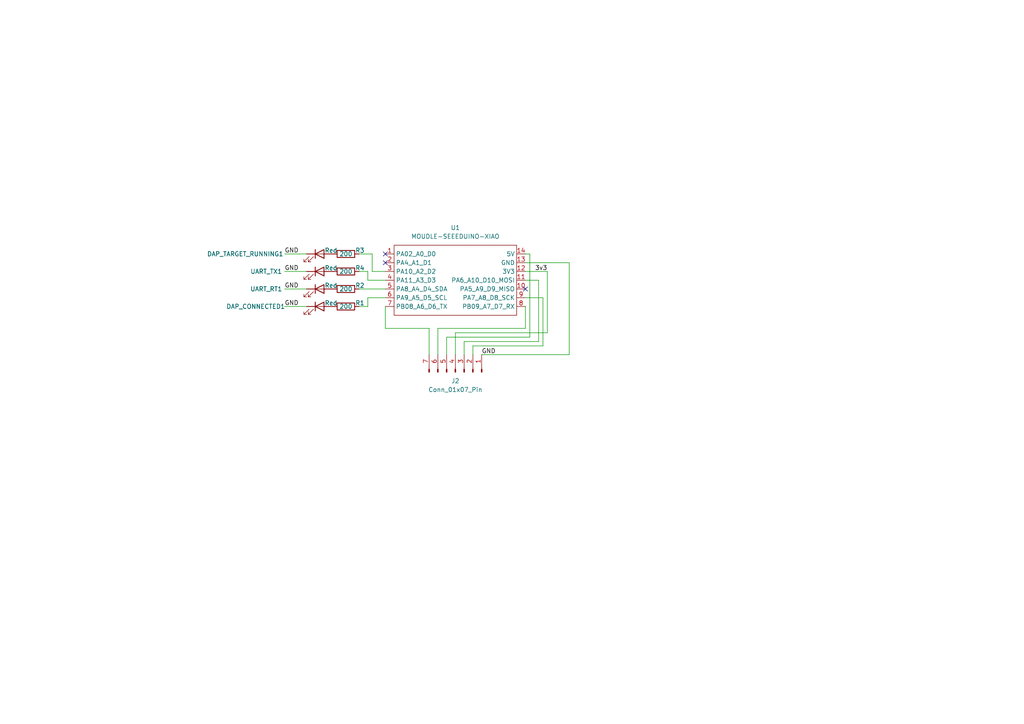
<source format=kicad_sch>
(kicad_sch (version 20231120) (generator "eeschema") (generator_version "8.0")
  (paper "A4")
  (lib_symbols
    (symbol "Connector:Conn_01x07_Pin" (pin_names (offset 1.016) hide)
      (property "Reference" "J" (at 0 10.16 0))
      (property "Value" "Conn_01x07_Pin" (at 0 -10.16 0))
      (symbol "Conn_01x07_Pin_1_1"
        (polyline (pts (xy 1.27 -7.62) (xy 0.8636 -7.62)) (stroke (width 0.1524)))
        (polyline (pts (xy 1.27 -5.08) (xy 0.8636 -5.08)) (stroke (width 0.1524)))
        (polyline (pts (xy 1.27 -2.54) (xy 0.8636 -2.54)) (stroke (width 0.1524)))
        (polyline (pts (xy 1.27 0) (xy 0.8636 0)) (stroke (width 0.1524)))
        (polyline (pts (xy 1.27 2.54) (xy 0.8636 2.54)) (stroke (width 0.1524)))
        (polyline (pts (xy 1.27 5.08) (xy 0.8636 5.08)) (stroke (width 0.1524)))
        (polyline (pts (xy 1.27 7.62) (xy 0.8636 7.62)) (stroke (width 0.1524)))
        (rectangle (start 0.8636 -7.493) (end 0 -7.747) (stroke (width 0.1524)) (fill (type outline)))
        (rectangle (start 0.8636 -4.953) (end 0 -5.207) (stroke (width 0.1524)) (fill (type outline)))
        (rectangle (start 0.8636 -2.413) (end 0 -2.667) (stroke (width 0.1524)) (fill (type outline)))
        (rectangle (start 0.8636 0.127) (end 0 -0.127) (stroke (width 0.1524)) (fill (type outline)))
        (rectangle (start 0.8636 2.667) (end 0 2.413) (stroke (width 0.1524)) (fill (type outline)))
        (rectangle (start 0.8636 5.207) (end 0 4.953) (stroke (width 0.1524)) (fill (type outline)))
        (rectangle (start 0.8636 7.747) (end 0 7.493) (stroke (width 0.1524)) (fill (type outline)))
        (pin passive line (at 5.08 7.62 180) (length 3.81) (name "Pin_1") (number "1"))
        (pin passive line (at 5.08 5.08 180) (length 3.81) (name "Pin_2") (number "2"))
        (pin passive line (at 5.08 2.54 180) (length 3.81) (name "Pin_3") (number "3"))
        (pin passive line (at 5.08 0 180) (length 3.81) (name "Pin_4") (number "4"))
        (pin passive line (at 5.08 -2.54 180) (length 3.81) (name "Pin_5") (number "5"))
        (pin passive line (at 5.08 -5.08 180) (length 3.81) (name "Pin_6") (number "6"))
        (pin passive line (at 5.08 -7.62 180) (length 3.81) (name "Pin_7") (number "7"))
      )
    )
    (symbol "Device:LED" (pin_numbers hide) (pin_names (offset 1.016) hide)
      (property "Reference" "D" (at 0 2.54 0))
      (property "Value" "LED" (at 0 -2.54 0))
      (symbol "LED_0_1"
        (polyline (pts (xy -1.27 -1.27) (xy -1.27 1.27)) (stroke (width 0.254)))
        (polyline (pts (xy -1.27 0) (xy 1.27 0)))
        (polyline (pts (xy 1.27 -1.27) (xy 1.27 1.27) (xy -1.27 0) (xy 1.27 -1.27)) (stroke (width 0.254)))
        (polyline (pts (xy -3.048 -0.762) (xy -4.572 -2.286) (xy -3.81 -2.286) (xy -4.572 -2.286) (xy -4.572 -1.524)))
        (polyline (pts (xy -1.778 -0.762) (xy -3.302 -2.286) (xy -2.54 -2.286) (xy -3.302 -2.286) (xy -3.302 -1.524)))
      )
      (symbol "LED_1_1"
        (pin passive line (at -3.81 0 0) (length 2.54) (name "K") (number "1"))
        (pin passive line (at 3.81 0 180) (length 2.54) (name "A") (number "2"))
      )
    )
    (symbol "Device:R" (pin_numbers hide) (pin_names (offset 0))
      (property "Reference" "R" (at 2.032 0 90))
      (property "Value" "R" (at 0 0 90))
      (symbol "R_0_1"
        (rectangle (start -1.016 -2.54) (end 1.016 2.54) (stroke (width 0.254)))
      )
      (symbol "R_1_1"
        (pin passive line (at 0 3.81 270) (length 1.27) (name "~") (number "1"))
        (pin passive line (at 0 -3.81 90) (length 1.27) (name "~") (number "2"))
      )
    )
    (symbol "XIAO-rp2040:MOUDLE-SEEEDUINO-XIAO"
      (property "Reference" "U" (at -16.51 11.43 0))
      (property "Value" "MOUDLE-SEEEDUINO-XIAO" (at -3.81 -11.43 0))
      (symbol "MOUDLE-SEEEDUINO-XIAO_0_1"
        (rectangle (start -16.51 10.16) (end 19.05 -10.16))
      )
      (symbol "MOUDLE-SEEEDUINO-XIAO_1_1"
        (pin passive line (at -19.05 7.62 0) (length 2.54) (name "PA02_A0_D0") (number "1"))
        (pin passive line (at 21.59 -2.54 180) (length 2.54) (name "PA5_A9_D9_MISO") (number "10"))
        (pin passive line (at 21.59 0 180) (length 2.54) (name "PA6_A10_D10_MOSI") (number "11"))
        (pin passive line (at 21.59 2.54 180) (length 2.54) (name "3V3") (number "12"))
        (pin passive line (at 21.59 5.08 180) (length 2.54) (name "GND") (number "13"))
        (pin passive line (at 21.59 7.62 180) (length 2.54) (name "5V") (number "14"))
        (pin passive line (at -19.05 5.08 0) (length 2.54) (name "PA4_A1_D1") (number "2"))
        (pin passive line (at -19.05 2.54 0) (length 2.54) (name "PA10_A2_D2") (number "3"))
        (pin passive line (at -19.05 0 0) (length 2.54) (name "PA11_A3_D3") (number "4"))
        (pin passive line (at -19.05 -2.54 0) (length 2.54) (name "PA8_A4_D4_SDA") (number "5"))
        (pin passive line (at -19.05 -5.08 0) (length 2.54) (name "PA9_A5_D5_SCL") (number "6"))
        (pin passive line (at -19.05 -7.62 0) (length 2.54) (name "PB08_A6_D6_TX") (number "7"))
        (pin passive line (at 21.59 -7.62 180) (length 2.54) (name "PB09_A7_D7_RX") (number "8"))
        (pin passive line (at 21.59 -5.08 180) (length 2.54) (name "PA7_A8_D8_SCK") (number "9"))
      )
    )
  )
  (no_connect (at 111.76 73.66))
  (no_connect (at 152.4 83.82))
  (no_connect (at 111.76 76.2))
  (wire (pts (xy 153.67 97.79) (xy 129.54 97.79)))
  (wire (pts (xy 134.62 99.06) (xy 134.62 102.87)))
  (wire (pts (xy 82.55 83.82) (xy 88.9 83.82)))
  (wire (pts (xy 82.55 88.9) (xy 88.9 88.9)))
  (wire (pts (xy 132.08 96.52) (xy 132.08 102.87)))
  (wire (pts (xy 104.14 88.9) (xy 106.68 88.9)))
  (wire (pts (xy 152.4 76.2) (xy 165.1 76.2)))
  (wire (pts (xy 152.4 88.9) (xy 152.4 95.25)))
  (wire (pts (xy 124.46 95.25) (xy 124.46 102.87)))
  (wire (pts (xy 139.7 102.87) (xy 165.1 102.87)))
  (wire (pts (xy 104.14 73.66) (xy 107.95 73.66)))
  (wire (pts (xy 106.68 86.36) (xy 111.76 86.36)))
  (wire (pts (xy 152.4 78.74) (xy 158.75 78.74)))
  (wire (pts (xy 158.75 78.74) (xy 158.75 96.52)))
  (wire (pts (xy 82.55 78.74) (xy 88.9 78.74)))
  (wire (pts (xy 111.76 95.25) (xy 124.46 95.25)))
  (wire (pts (xy 107.95 73.66) (xy 107.95 78.74)))
  (wire (pts (xy 158.75 96.52) (xy 132.08 96.52)))
  (wire (pts (xy 107.95 78.74) (xy 111.76 78.74)))
  (wire (pts (xy 137.16 100.33) (xy 137.16 102.87)))
  (wire (pts (xy 127 95.25) (xy 127 102.87)))
  (wire (pts (xy 156.21 99.06) (xy 134.62 99.06)))
  (wire (pts (xy 157.48 100.33) (xy 137.16 100.33)))
  (wire (pts (xy 106.68 88.9) (xy 106.68 86.36)))
  (wire (pts (xy 152.4 73.66) (xy 153.67 73.66)))
  (wire (pts (xy 104.14 78.74) (xy 106.68 78.74)))
  (wire (pts (xy 157.48 86.36) (xy 157.48 100.33)))
  (wire (pts (xy 106.68 78.74) (xy 106.68 81.28)))
  (wire (pts (xy 82.55 73.66) (xy 88.9 73.66)))
  (wire (pts (xy 152.4 86.36) (xy 157.48 86.36)))
  (wire (pts (xy 129.54 97.79) (xy 129.54 102.87)))
  (wire (pts (xy 152.4 95.25) (xy 127 95.25)))
  (wire (pts (xy 156.21 81.28) (xy 156.21 99.06)))
  (wire (pts (xy 106.68 81.28) (xy 111.76 81.28)))
  (wire (pts (xy 165.1 76.2) (xy 165.1 102.87)))
  (wire (pts (xy 153.67 73.66) (xy 153.67 97.79)))
  (wire (pts (xy 156.21 81.28) (xy 152.4 81.28)))
  (wire (pts (xy 111.76 88.9) (xy 111.76 95.25)))
  (wire (pts (xy 104.14 83.82) (xy 111.76 83.82)))
  (label "3v3" (at 158.75 78.74 180))
  (label "GND" (at 82.55 88.9 0))
  (label "GND" (at 82.55 73.66 0))
  (label "GND" (at 139.7 102.87 0))
  (label "GND" (at 82.55 83.82 0))
  (label "GND" (at 82.55 78.74 0))
  (symbol (lib_id "Device:LED") (at 92.71 78.74 0) (unit 1)
    (property "Reference" "UART_TX1" (at 77.216 78.74 0))
    (property "Value" "Red" (at 96.012 77.724 0))
    (property "Footprint" "LED_SMD:LED_0603_1608Metric" (effects (hide yes)))
    (property "Description" "Light emitting diode" (effects (hide yes)))
  )
  (symbol (lib_id "Device:R") (at 100.33 73.66 90) (unit 1)
    (property "Reference" "R3" (at 104.394 72.644 90))
    (property "Value" "200" (at 100.33 73.66 90))
    (property "Footprint" "Resistor_SMD:R_0603_1608Metric" (effects (hide yes)))
    (property "Description" "Resistor" (effects (hide yes)))
  )
  (symbol (lib_id "Connector:Conn_01x07_Pin") (at 132.08 107.95 270) (mirror x) (unit 1)
    (property "Reference" "J2" (at 132.08 110.49 90))
    (property "Value" "Conn_01x07_Pin" (at 132.08 113.03 90))
    (property "Footprint" "Connector_PinHeader_2.54mm:PinHeader_1x07_P2.54mm_Horizontal" (effects (hide yes)))
    (property "Description" "Generic connector, single row, 01x07, script generated" (effects (hide yes)))
  )
  (symbol (lib_id "Device:LED") (at 92.71 88.9 0) (unit 1)
    (property "Reference" "DAP_CONNECTED1" (at 74.168 88.9 0))
    (property "Value" "Red" (at 96.012 87.884 0))
    (property "Footprint" "LED_SMD:LED_0603_1608Metric" (effects (hide yes)))
    (property "Description" "Light emitting diode" (effects (hide yes)))
  )
  (symbol (lib_id "Device:R") (at 100.33 78.74 90) (unit 1)
    (property "Reference" "R4" (at 104.394 77.724 90))
    (property "Value" "200" (at 100.33 78.74 90))
    (property "Footprint" "Resistor_SMD:R_0603_1608Metric" (effects (hide yes)))
    (property "Description" "Resistor" (effects (hide yes)))
  )
  (symbol (lib_id "Device:LED") (at 92.71 73.66 0) (unit 1)
    (property "Reference" "DAP_TARGET_RUNNING1" (at 71.12 73.66 0))
    (property "Value" "Red" (at 96.012 72.644 0))
    (property "Footprint" "LED_SMD:LED_0603_1608Metric" (effects (hide yes)))
    (property "Description" "Light emitting diode" (effects (hide yes)))
  )
  (symbol (lib_id "Device:R") (at 100.33 83.82 90) (unit 1)
    (property "Reference" "R2" (at 104.394 82.804 90))
    (property "Value" "200" (at 100.33 83.82 90))
    (property "Footprint" "Resistor_SMD:R_0603_1608Metric" (effects (hide yes)))
    (property "Description" "Resistor" (effects (hide yes)))
  )
  (symbol (lib_id "Device:LED") (at 92.71 83.82 0) (unit 1)
    (property "Reference" "UART_RT1" (at 77.216 83.82 0))
    (property "Value" "Red" (at 96.012 82.804 0))
    (property "Footprint" "LED_SMD:LED_0603_1608Metric" (effects (hide yes)))
    (property "Description" "Light emitting diode" (effects (hide yes)))
  )
  (symbol (lib_id "Device:R") (at 100.33 88.9 90) (unit 1)
    (property "Reference" "R1" (at 104.394 87.884 90))
    (property "Value" "200" (at 100.33 88.9 90))
    (property "Footprint" "Resistor_SMD:R_0603_1608Metric" (effects (hide yes)))
    (property "Description" "Resistor" (effects (hide yes)))
  )
  (symbol (lib_id "XIAO-rp2040:MOUDLE-SEEEDUINO-XIAO") (at 130.81 81.28 0) (unit 1)
    (property "Reference" "U1" (at 132.08 66.04 0))
    (property "Value" "MOUDLE-SEEEDUINO-XIAO" (at 132.08 68.58 0))
    (property "Footprint" "XIAO-rp2040:MOUDLE14P-SMD-2.54-21X17.8MM" (effects (hide yes)))
  )
)
</source>
